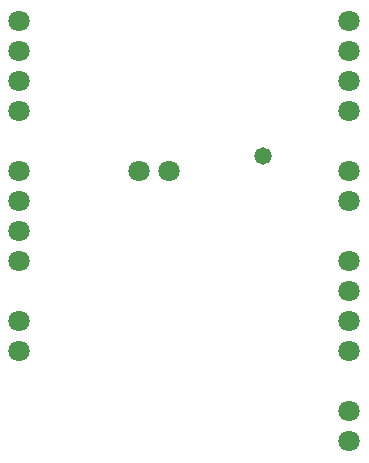
<source format=gbs>
G04*
G04 #@! TF.GenerationSoftware,Altium Limited,Altium Designer,18.1.9 (240)*
G04*
G04 Layer_Color=16711935*
%FSLAX25Y25*%
%MOIN*%
G70*
G01*
G75*
%ADD19C,0.07099*%
%ADD20C,0.05800*%
D19*
X115512Y51496D02*
D03*
Y61496D02*
D03*
X45512Y141496D02*
D03*
X55512D02*
D03*
X5512D02*
D03*
Y131496D02*
D03*
Y121496D02*
D03*
Y111496D02*
D03*
Y91496D02*
D03*
Y81496D02*
D03*
X5512Y191496D02*
D03*
Y181496D02*
D03*
Y171496D02*
D03*
Y161496D02*
D03*
X115512D02*
D03*
Y171496D02*
D03*
Y181496D02*
D03*
Y191496D02*
D03*
Y131496D02*
D03*
Y141496D02*
D03*
Y111496D02*
D03*
Y101496D02*
D03*
Y91496D02*
D03*
Y81496D02*
D03*
D20*
X86614Y146457D02*
D03*
M02*

</source>
